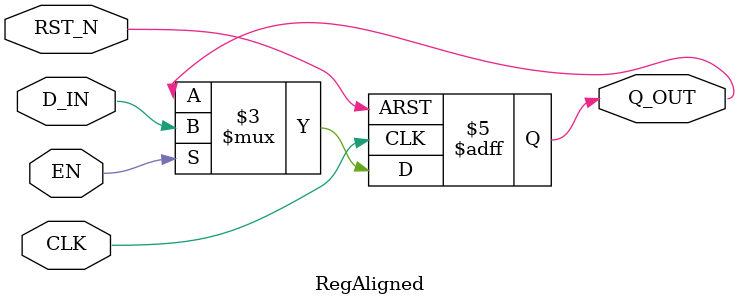
<source format=v>


// Permission is hereby granted, free of charge, to any person obtaining a copy
// of this software and associated documentation files (the "Software"), to deal
// in the Software without restriction, including without limitation the rights
// to use, copy, modify, merge, publish, distribute, sublicense, and/or sell
// copies of the Software, and to permit persons to whom the Software is
// furnished to do so, subject to the following conditions:

// The above copyright notice and this permission notice shall be included in
// all copies or substantial portions of the Software.

// THE SOFTWARE IS PROVIDED "AS IS", WITHOUT WARRANTY OF ANY KIND, EXPRESS OR
// IMPLIED, INCLUDING BUT NOT LIMITED TO THE WARRANTIES OF MERCHANTABILITY,
// FITNESS FOR A PARTICULAR PURPOSE AND NONINFRINGEMENT. IN NO EVENT SHALL THE
// AUTHORS OR COPYRIGHT HOLDERS BE LIABLE FOR ANY CLAIM, DAMAGES OR OTHER
// LIABILITY, WHETHER IN AN ACTION OF CONTRACT, TORT OR OTHERWISE, ARISING FROM,
// OUT OF OR IN CONNECTION WITH THE SOFTWARE OR THE USE OR OTHER DEALINGS IN
// THE SOFTWARE.
//
// $Revision: 24080 $
// $Date: 2011-05-18 19:32:52 +0000 (Wed, 18 May 2011) $

`ifdef BSV_ASSIGNMENT_DELAY
`else
`define BSV_ASSIGNMENT_DELAY
`endif

// Standard register with asynchronous reset
module RegAligned(CLK, RST_N, Q_OUT, D_IN, EN);

   parameter width = 1;
   parameter init = { width {1'b0}} ;

   input     CLK;
   input     RST_N;
   input     EN;
   input [width - 1 : 0] D_IN;
   output [width - 1 : 0] Q_OUT;

   reg [width - 1 : 0]    Q_OUT;

   always@(posedge CLK or negedge RST_N) begin
      if (RST_N == 0)
        Q_OUT <= `BSV_ASSIGNMENT_DELAY init;
      else
        begin
           if (EN)
             Q_OUT <= `BSV_ASSIGNMENT_DELAY D_IN;
        end 
   end // always@ (posedge CLK or negedge RST_N)
   

`ifdef BSV_NO_INITIAL_BLOCKS
`else // not BSV_NO_INITIAL_BLOCKS
   // synopsys translate_off
   initial begin
      Q_OUT = {((width + 1)/2){2'b10}} ;
   end
   // synopsys translate_on
`endif // BSV_NO_INITIAL_BLOCKS

endmodule


</source>
